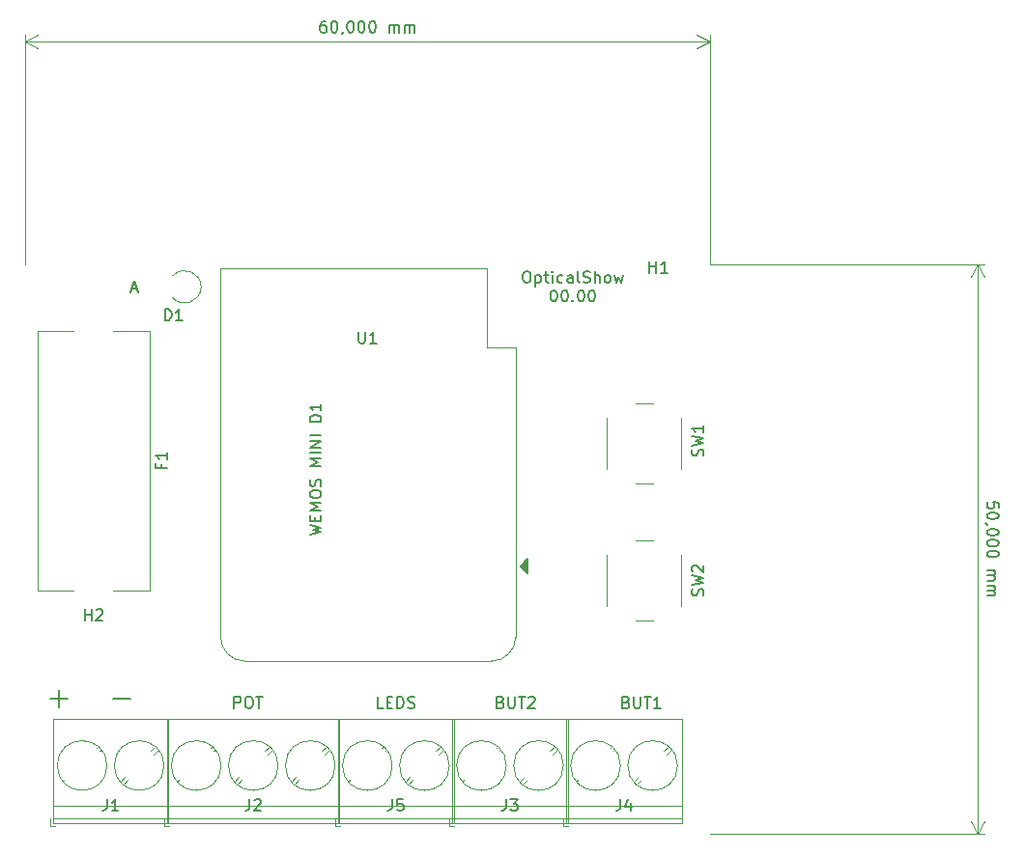
<source format=gto>
G04 #@! TF.GenerationSoftware,KiCad,Pcbnew,(5.1.9)-1*
G04 #@! TF.CreationDate,2023-02-11T17:38:38+01:00*
G04 #@! TF.ProjectId,opticalshow_0,6f707469-6361-46c7-9368-6f775f302e6b,rev?*
G04 #@! TF.SameCoordinates,Original*
G04 #@! TF.FileFunction,Legend,Top*
G04 #@! TF.FilePolarity,Positive*
%FSLAX46Y46*%
G04 Gerber Fmt 4.6, Leading zero omitted, Abs format (unit mm)*
G04 Created by KiCad (PCBNEW (5.1.9)-1) date 2023-02-11 17:38:38*
%MOMM*%
%LPD*%
G01*
G04 APERTURE LIST*
%ADD10C,0.150000*%
%ADD11C,0.120000*%
G04 APERTURE END LIST*
D10*
X152880952Y-109952380D02*
X152404761Y-109952380D01*
X152404761Y-108952380D01*
X153214285Y-109428571D02*
X153547619Y-109428571D01*
X153690476Y-109952380D02*
X153214285Y-109952380D01*
X153214285Y-108952380D01*
X153690476Y-108952380D01*
X154119047Y-109952380D02*
X154119047Y-108952380D01*
X154357142Y-108952380D01*
X154500000Y-109000000D01*
X154595238Y-109095238D01*
X154642857Y-109190476D01*
X154690476Y-109380952D01*
X154690476Y-109523809D01*
X154642857Y-109714285D01*
X154595238Y-109809523D01*
X154500000Y-109904761D01*
X154357142Y-109952380D01*
X154119047Y-109952380D01*
X155071428Y-109904761D02*
X155214285Y-109952380D01*
X155452380Y-109952380D01*
X155547619Y-109904761D01*
X155595238Y-109857142D01*
X155642857Y-109761904D01*
X155642857Y-109666666D01*
X155595238Y-109571428D01*
X155547619Y-109523809D01*
X155452380Y-109476190D01*
X155261904Y-109428571D01*
X155166666Y-109380952D01*
X155119047Y-109333333D01*
X155071428Y-109238095D01*
X155071428Y-109142857D01*
X155119047Y-109047619D01*
X155166666Y-109000000D01*
X155261904Y-108952380D01*
X155500000Y-108952380D01*
X155642857Y-109000000D01*
X206817619Y-92380952D02*
X206817619Y-91904761D01*
X206341428Y-91857142D01*
X206389047Y-91904761D01*
X206436666Y-92000000D01*
X206436666Y-92238095D01*
X206389047Y-92333333D01*
X206341428Y-92380952D01*
X206246190Y-92428571D01*
X206008095Y-92428571D01*
X205912857Y-92380952D01*
X205865238Y-92333333D01*
X205817619Y-92238095D01*
X205817619Y-92000000D01*
X205865238Y-91904761D01*
X205912857Y-91857142D01*
X206817619Y-93047619D02*
X206817619Y-93142857D01*
X206770000Y-93238095D01*
X206722380Y-93285714D01*
X206627142Y-93333333D01*
X206436666Y-93380952D01*
X206198571Y-93380952D01*
X206008095Y-93333333D01*
X205912857Y-93285714D01*
X205865238Y-93238095D01*
X205817619Y-93142857D01*
X205817619Y-93047619D01*
X205865238Y-92952380D01*
X205912857Y-92904761D01*
X206008095Y-92857142D01*
X206198571Y-92809523D01*
X206436666Y-92809523D01*
X206627142Y-92857142D01*
X206722380Y-92904761D01*
X206770000Y-92952380D01*
X206817619Y-93047619D01*
X205865238Y-93857142D02*
X205817619Y-93857142D01*
X205722380Y-93809523D01*
X205674761Y-93761904D01*
X206817619Y-94476190D02*
X206817619Y-94571428D01*
X206770000Y-94666666D01*
X206722380Y-94714285D01*
X206627142Y-94761904D01*
X206436666Y-94809523D01*
X206198571Y-94809523D01*
X206008095Y-94761904D01*
X205912857Y-94714285D01*
X205865238Y-94666666D01*
X205817619Y-94571428D01*
X205817619Y-94476190D01*
X205865238Y-94380952D01*
X205912857Y-94333333D01*
X206008095Y-94285714D01*
X206198571Y-94238095D01*
X206436666Y-94238095D01*
X206627142Y-94285714D01*
X206722380Y-94333333D01*
X206770000Y-94380952D01*
X206817619Y-94476190D01*
X206817619Y-95428571D02*
X206817619Y-95523809D01*
X206770000Y-95619047D01*
X206722380Y-95666666D01*
X206627142Y-95714285D01*
X206436666Y-95761904D01*
X206198571Y-95761904D01*
X206008095Y-95714285D01*
X205912857Y-95666666D01*
X205865238Y-95619047D01*
X205817619Y-95523809D01*
X205817619Y-95428571D01*
X205865238Y-95333333D01*
X205912857Y-95285714D01*
X206008095Y-95238095D01*
X206198571Y-95190476D01*
X206436666Y-95190476D01*
X206627142Y-95238095D01*
X206722380Y-95285714D01*
X206770000Y-95333333D01*
X206817619Y-95428571D01*
X206817619Y-96380952D02*
X206817619Y-96476190D01*
X206770000Y-96571428D01*
X206722380Y-96619047D01*
X206627142Y-96666666D01*
X206436666Y-96714285D01*
X206198571Y-96714285D01*
X206008095Y-96666666D01*
X205912857Y-96619047D01*
X205865238Y-96571428D01*
X205817619Y-96476190D01*
X205817619Y-96380952D01*
X205865238Y-96285714D01*
X205912857Y-96238095D01*
X206008095Y-96190476D01*
X206198571Y-96142857D01*
X206436666Y-96142857D01*
X206627142Y-96190476D01*
X206722380Y-96238095D01*
X206770000Y-96285714D01*
X206817619Y-96380952D01*
X205817619Y-97904761D02*
X206484285Y-97904761D01*
X206389047Y-97904761D02*
X206436666Y-97952380D01*
X206484285Y-98047619D01*
X206484285Y-98190476D01*
X206436666Y-98285714D01*
X206341428Y-98333333D01*
X205817619Y-98333333D01*
X206341428Y-98333333D02*
X206436666Y-98380952D01*
X206484285Y-98476190D01*
X206484285Y-98619047D01*
X206436666Y-98714285D01*
X206341428Y-98761904D01*
X205817619Y-98761904D01*
X205817619Y-99238095D02*
X206484285Y-99238095D01*
X206389047Y-99238095D02*
X206436666Y-99285714D01*
X206484285Y-99380952D01*
X206484285Y-99523809D01*
X206436666Y-99619047D01*
X206341428Y-99666666D01*
X205817619Y-99666666D01*
X206341428Y-99666666D02*
X206436666Y-99714285D01*
X206484285Y-99809523D01*
X206484285Y-99952380D01*
X206436666Y-100047619D01*
X206341428Y-100095238D01*
X205817619Y-100095238D01*
D11*
X205000000Y-71000000D02*
X205000000Y-121000000D01*
X181500000Y-71000000D02*
X205586421Y-71000000D01*
X181500000Y-121000000D02*
X205586421Y-121000000D01*
X205000000Y-121000000D02*
X204413579Y-119873496D01*
X205000000Y-121000000D02*
X205586421Y-119873496D01*
X205000000Y-71000000D02*
X204413579Y-72126504D01*
X205000000Y-71000000D02*
X205586421Y-72126504D01*
D10*
X147833333Y-49682380D02*
X147642857Y-49682380D01*
X147547619Y-49730000D01*
X147500000Y-49777619D01*
X147404761Y-49920476D01*
X147357142Y-50110952D01*
X147357142Y-50491904D01*
X147404761Y-50587142D01*
X147452380Y-50634761D01*
X147547619Y-50682380D01*
X147738095Y-50682380D01*
X147833333Y-50634761D01*
X147880952Y-50587142D01*
X147928571Y-50491904D01*
X147928571Y-50253809D01*
X147880952Y-50158571D01*
X147833333Y-50110952D01*
X147738095Y-50063333D01*
X147547619Y-50063333D01*
X147452380Y-50110952D01*
X147404761Y-50158571D01*
X147357142Y-50253809D01*
X148547619Y-49682380D02*
X148642857Y-49682380D01*
X148738095Y-49730000D01*
X148785714Y-49777619D01*
X148833333Y-49872857D01*
X148880952Y-50063333D01*
X148880952Y-50301428D01*
X148833333Y-50491904D01*
X148785714Y-50587142D01*
X148738095Y-50634761D01*
X148642857Y-50682380D01*
X148547619Y-50682380D01*
X148452380Y-50634761D01*
X148404761Y-50587142D01*
X148357142Y-50491904D01*
X148309523Y-50301428D01*
X148309523Y-50063333D01*
X148357142Y-49872857D01*
X148404761Y-49777619D01*
X148452380Y-49730000D01*
X148547619Y-49682380D01*
X149357142Y-50634761D02*
X149357142Y-50682380D01*
X149309523Y-50777619D01*
X149261904Y-50825238D01*
X149976190Y-49682380D02*
X150071428Y-49682380D01*
X150166666Y-49730000D01*
X150214285Y-49777619D01*
X150261904Y-49872857D01*
X150309523Y-50063333D01*
X150309523Y-50301428D01*
X150261904Y-50491904D01*
X150214285Y-50587142D01*
X150166666Y-50634761D01*
X150071428Y-50682380D01*
X149976190Y-50682380D01*
X149880952Y-50634761D01*
X149833333Y-50587142D01*
X149785714Y-50491904D01*
X149738095Y-50301428D01*
X149738095Y-50063333D01*
X149785714Y-49872857D01*
X149833333Y-49777619D01*
X149880952Y-49730000D01*
X149976190Y-49682380D01*
X150928571Y-49682380D02*
X151023809Y-49682380D01*
X151119047Y-49730000D01*
X151166666Y-49777619D01*
X151214285Y-49872857D01*
X151261904Y-50063333D01*
X151261904Y-50301428D01*
X151214285Y-50491904D01*
X151166666Y-50587142D01*
X151119047Y-50634761D01*
X151023809Y-50682380D01*
X150928571Y-50682380D01*
X150833333Y-50634761D01*
X150785714Y-50587142D01*
X150738095Y-50491904D01*
X150690476Y-50301428D01*
X150690476Y-50063333D01*
X150738095Y-49872857D01*
X150785714Y-49777619D01*
X150833333Y-49730000D01*
X150928571Y-49682380D01*
X151880952Y-49682380D02*
X151976190Y-49682380D01*
X152071428Y-49730000D01*
X152119047Y-49777619D01*
X152166666Y-49872857D01*
X152214285Y-50063333D01*
X152214285Y-50301428D01*
X152166666Y-50491904D01*
X152119047Y-50587142D01*
X152071428Y-50634761D01*
X151976190Y-50682380D01*
X151880952Y-50682380D01*
X151785714Y-50634761D01*
X151738095Y-50587142D01*
X151690476Y-50491904D01*
X151642857Y-50301428D01*
X151642857Y-50063333D01*
X151690476Y-49872857D01*
X151738095Y-49777619D01*
X151785714Y-49730000D01*
X151880952Y-49682380D01*
X153404761Y-50682380D02*
X153404761Y-50015714D01*
X153404761Y-50110952D02*
X153452380Y-50063333D01*
X153547619Y-50015714D01*
X153690476Y-50015714D01*
X153785714Y-50063333D01*
X153833333Y-50158571D01*
X153833333Y-50682380D01*
X153833333Y-50158571D02*
X153880952Y-50063333D01*
X153976190Y-50015714D01*
X154119047Y-50015714D01*
X154214285Y-50063333D01*
X154261904Y-50158571D01*
X154261904Y-50682380D01*
X154738095Y-50682380D02*
X154738095Y-50015714D01*
X154738095Y-50110952D02*
X154785714Y-50063333D01*
X154880952Y-50015714D01*
X155023809Y-50015714D01*
X155119047Y-50063333D01*
X155166666Y-50158571D01*
X155166666Y-50682380D01*
X155166666Y-50158571D02*
X155214285Y-50063333D01*
X155309523Y-50015714D01*
X155452380Y-50015714D01*
X155547619Y-50063333D01*
X155595238Y-50158571D01*
X155595238Y-50682380D01*
D11*
X121500000Y-51500000D02*
X181500000Y-51500000D01*
X121500000Y-71000000D02*
X121500000Y-50913579D01*
X181500000Y-71000000D02*
X181500000Y-50913579D01*
X181500000Y-51500000D02*
X180373496Y-52086421D01*
X181500000Y-51500000D02*
X180373496Y-50913579D01*
X121500000Y-51500000D02*
X122626504Y-52086421D01*
X121500000Y-51500000D02*
X122626504Y-50913579D01*
D10*
X165380952Y-71627380D02*
X165571428Y-71627380D01*
X165666666Y-71675000D01*
X165761904Y-71770238D01*
X165809523Y-71960714D01*
X165809523Y-72294047D01*
X165761904Y-72484523D01*
X165666666Y-72579761D01*
X165571428Y-72627380D01*
X165380952Y-72627380D01*
X165285714Y-72579761D01*
X165190476Y-72484523D01*
X165142857Y-72294047D01*
X165142857Y-71960714D01*
X165190476Y-71770238D01*
X165285714Y-71675000D01*
X165380952Y-71627380D01*
X166238095Y-71960714D02*
X166238095Y-72960714D01*
X166238095Y-72008333D02*
X166333333Y-71960714D01*
X166523809Y-71960714D01*
X166619047Y-72008333D01*
X166666666Y-72055952D01*
X166714285Y-72151190D01*
X166714285Y-72436904D01*
X166666666Y-72532142D01*
X166619047Y-72579761D01*
X166523809Y-72627380D01*
X166333333Y-72627380D01*
X166238095Y-72579761D01*
X167000000Y-71960714D02*
X167380952Y-71960714D01*
X167142857Y-71627380D02*
X167142857Y-72484523D01*
X167190476Y-72579761D01*
X167285714Y-72627380D01*
X167380952Y-72627380D01*
X167714285Y-72627380D02*
X167714285Y-71960714D01*
X167714285Y-71627380D02*
X167666666Y-71675000D01*
X167714285Y-71722619D01*
X167761904Y-71675000D01*
X167714285Y-71627380D01*
X167714285Y-71722619D01*
X168619047Y-72579761D02*
X168523809Y-72627380D01*
X168333333Y-72627380D01*
X168238095Y-72579761D01*
X168190476Y-72532142D01*
X168142857Y-72436904D01*
X168142857Y-72151190D01*
X168190476Y-72055952D01*
X168238095Y-72008333D01*
X168333333Y-71960714D01*
X168523809Y-71960714D01*
X168619047Y-72008333D01*
X169476190Y-72627380D02*
X169476190Y-72103571D01*
X169428571Y-72008333D01*
X169333333Y-71960714D01*
X169142857Y-71960714D01*
X169047619Y-72008333D01*
X169476190Y-72579761D02*
X169380952Y-72627380D01*
X169142857Y-72627380D01*
X169047619Y-72579761D01*
X169000000Y-72484523D01*
X169000000Y-72389285D01*
X169047619Y-72294047D01*
X169142857Y-72246428D01*
X169380952Y-72246428D01*
X169476190Y-72198809D01*
X170095238Y-72627380D02*
X170000000Y-72579761D01*
X169952380Y-72484523D01*
X169952380Y-71627380D01*
X170428571Y-72579761D02*
X170571428Y-72627380D01*
X170809523Y-72627380D01*
X170904761Y-72579761D01*
X170952380Y-72532142D01*
X171000000Y-72436904D01*
X171000000Y-72341666D01*
X170952380Y-72246428D01*
X170904761Y-72198809D01*
X170809523Y-72151190D01*
X170619047Y-72103571D01*
X170523809Y-72055952D01*
X170476190Y-72008333D01*
X170428571Y-71913095D01*
X170428571Y-71817857D01*
X170476190Y-71722619D01*
X170523809Y-71675000D01*
X170619047Y-71627380D01*
X170857142Y-71627380D01*
X171000000Y-71675000D01*
X171428571Y-72627380D02*
X171428571Y-71627380D01*
X171857142Y-72627380D02*
X171857142Y-72103571D01*
X171809523Y-72008333D01*
X171714285Y-71960714D01*
X171571428Y-71960714D01*
X171476190Y-72008333D01*
X171428571Y-72055952D01*
X172476190Y-72627380D02*
X172380952Y-72579761D01*
X172333333Y-72532142D01*
X172285714Y-72436904D01*
X172285714Y-72151190D01*
X172333333Y-72055952D01*
X172380952Y-72008333D01*
X172476190Y-71960714D01*
X172619047Y-71960714D01*
X172714285Y-72008333D01*
X172761904Y-72055952D01*
X172809523Y-72151190D01*
X172809523Y-72436904D01*
X172761904Y-72532142D01*
X172714285Y-72579761D01*
X172619047Y-72627380D01*
X172476190Y-72627380D01*
X173142857Y-71960714D02*
X173333333Y-72627380D01*
X173523809Y-72151190D01*
X173714285Y-72627380D01*
X173904761Y-71960714D01*
X167785714Y-73277380D02*
X167880952Y-73277380D01*
X167976190Y-73325000D01*
X168023809Y-73372619D01*
X168071428Y-73467857D01*
X168119047Y-73658333D01*
X168119047Y-73896428D01*
X168071428Y-74086904D01*
X168023809Y-74182142D01*
X167976190Y-74229761D01*
X167880952Y-74277380D01*
X167785714Y-74277380D01*
X167690476Y-74229761D01*
X167642857Y-74182142D01*
X167595238Y-74086904D01*
X167547619Y-73896428D01*
X167547619Y-73658333D01*
X167595238Y-73467857D01*
X167642857Y-73372619D01*
X167690476Y-73325000D01*
X167785714Y-73277380D01*
X168738095Y-73277380D02*
X168833333Y-73277380D01*
X168928571Y-73325000D01*
X168976190Y-73372619D01*
X169023809Y-73467857D01*
X169071428Y-73658333D01*
X169071428Y-73896428D01*
X169023809Y-74086904D01*
X168976190Y-74182142D01*
X168928571Y-74229761D01*
X168833333Y-74277380D01*
X168738095Y-74277380D01*
X168642857Y-74229761D01*
X168595238Y-74182142D01*
X168547619Y-74086904D01*
X168500000Y-73896428D01*
X168500000Y-73658333D01*
X168547619Y-73467857D01*
X168595238Y-73372619D01*
X168642857Y-73325000D01*
X168738095Y-73277380D01*
X169500000Y-74182142D02*
X169547619Y-74229761D01*
X169500000Y-74277380D01*
X169452380Y-74229761D01*
X169500000Y-74182142D01*
X169500000Y-74277380D01*
X170166666Y-73277380D02*
X170261904Y-73277380D01*
X170357142Y-73325000D01*
X170404761Y-73372619D01*
X170452380Y-73467857D01*
X170500000Y-73658333D01*
X170500000Y-73896428D01*
X170452380Y-74086904D01*
X170404761Y-74182142D01*
X170357142Y-74229761D01*
X170261904Y-74277380D01*
X170166666Y-74277380D01*
X170071428Y-74229761D01*
X170023809Y-74182142D01*
X169976190Y-74086904D01*
X169928571Y-73896428D01*
X169928571Y-73658333D01*
X169976190Y-73467857D01*
X170023809Y-73372619D01*
X170071428Y-73325000D01*
X170166666Y-73277380D01*
X171119047Y-73277380D02*
X171214285Y-73277380D01*
X171309523Y-73325000D01*
X171357142Y-73372619D01*
X171404761Y-73467857D01*
X171452380Y-73658333D01*
X171452380Y-73896428D01*
X171404761Y-74086904D01*
X171357142Y-74182142D01*
X171309523Y-74229761D01*
X171214285Y-74277380D01*
X171119047Y-74277380D01*
X171023809Y-74229761D01*
X170976190Y-74182142D01*
X170928571Y-74086904D01*
X170880952Y-73896428D01*
X170880952Y-73658333D01*
X170928571Y-73467857D01*
X170976190Y-73372619D01*
X171023809Y-73325000D01*
X171119047Y-73277380D01*
X146452380Y-94761904D02*
X147452380Y-94523809D01*
X146738095Y-94333333D01*
X147452380Y-94142857D01*
X146452380Y-93904761D01*
X146928571Y-93523809D02*
X146928571Y-93190476D01*
X147452380Y-93047619D02*
X147452380Y-93523809D01*
X146452380Y-93523809D01*
X146452380Y-93047619D01*
X147452380Y-92619047D02*
X146452380Y-92619047D01*
X147166666Y-92285714D01*
X146452380Y-91952380D01*
X147452380Y-91952380D01*
X146452380Y-91285714D02*
X146452380Y-91095238D01*
X146500000Y-91000000D01*
X146595238Y-90904761D01*
X146785714Y-90857142D01*
X147119047Y-90857142D01*
X147309523Y-90904761D01*
X147404761Y-91000000D01*
X147452380Y-91095238D01*
X147452380Y-91285714D01*
X147404761Y-91380952D01*
X147309523Y-91476190D01*
X147119047Y-91523809D01*
X146785714Y-91523809D01*
X146595238Y-91476190D01*
X146500000Y-91380952D01*
X146452380Y-91285714D01*
X147404761Y-90476190D02*
X147452380Y-90333333D01*
X147452380Y-90095238D01*
X147404761Y-90000000D01*
X147357142Y-89952380D01*
X147261904Y-89904761D01*
X147166666Y-89904761D01*
X147071428Y-89952380D01*
X147023809Y-90000000D01*
X146976190Y-90095238D01*
X146928571Y-90285714D01*
X146880952Y-90380952D01*
X146833333Y-90428571D01*
X146738095Y-90476190D01*
X146642857Y-90476190D01*
X146547619Y-90428571D01*
X146500000Y-90380952D01*
X146452380Y-90285714D01*
X146452380Y-90047619D01*
X146500000Y-89904761D01*
X147452380Y-88714285D02*
X146452380Y-88714285D01*
X147166666Y-88380952D01*
X146452380Y-88047619D01*
X147452380Y-88047619D01*
X147452380Y-87571428D02*
X146452380Y-87571428D01*
X147452380Y-87095238D02*
X146452380Y-87095238D01*
X147452380Y-86523809D01*
X146452380Y-86523809D01*
X147452380Y-86047619D02*
X146452380Y-86047619D01*
X147452380Y-84809523D02*
X146452380Y-84809523D01*
X146452380Y-84571428D01*
X146500000Y-84428571D01*
X146595238Y-84333333D01*
X146690476Y-84285714D01*
X146880952Y-84238095D01*
X147023809Y-84238095D01*
X147214285Y-84285714D01*
X147309523Y-84333333D01*
X147404761Y-84428571D01*
X147452380Y-84571428D01*
X147452380Y-84809523D01*
X147452380Y-83285714D02*
X147452380Y-83857142D01*
X147452380Y-83571428D02*
X146452380Y-83571428D01*
X146595238Y-83666666D01*
X146690476Y-83761904D01*
X146738095Y-83857142D01*
X174190476Y-109428571D02*
X174333333Y-109476190D01*
X174380952Y-109523809D01*
X174428571Y-109619047D01*
X174428571Y-109761904D01*
X174380952Y-109857142D01*
X174333333Y-109904761D01*
X174238095Y-109952380D01*
X173857142Y-109952380D01*
X173857142Y-108952380D01*
X174190476Y-108952380D01*
X174285714Y-109000000D01*
X174333333Y-109047619D01*
X174380952Y-109142857D01*
X174380952Y-109238095D01*
X174333333Y-109333333D01*
X174285714Y-109380952D01*
X174190476Y-109428571D01*
X173857142Y-109428571D01*
X174857142Y-108952380D02*
X174857142Y-109761904D01*
X174904761Y-109857142D01*
X174952380Y-109904761D01*
X175047619Y-109952380D01*
X175238095Y-109952380D01*
X175333333Y-109904761D01*
X175380952Y-109857142D01*
X175428571Y-109761904D01*
X175428571Y-108952380D01*
X175761904Y-108952380D02*
X176333333Y-108952380D01*
X176047619Y-109952380D02*
X176047619Y-108952380D01*
X177190476Y-109952380D02*
X176619047Y-109952380D01*
X176904761Y-109952380D02*
X176904761Y-108952380D01*
X176809523Y-109095238D01*
X176714285Y-109190476D01*
X176619047Y-109238095D01*
X163190476Y-109428571D02*
X163333333Y-109476190D01*
X163380952Y-109523809D01*
X163428571Y-109619047D01*
X163428571Y-109761904D01*
X163380952Y-109857142D01*
X163333333Y-109904761D01*
X163238095Y-109952380D01*
X162857142Y-109952380D01*
X162857142Y-108952380D01*
X163190476Y-108952380D01*
X163285714Y-109000000D01*
X163333333Y-109047619D01*
X163380952Y-109142857D01*
X163380952Y-109238095D01*
X163333333Y-109333333D01*
X163285714Y-109380952D01*
X163190476Y-109428571D01*
X162857142Y-109428571D01*
X163857142Y-108952380D02*
X163857142Y-109761904D01*
X163904761Y-109857142D01*
X163952380Y-109904761D01*
X164047619Y-109952380D01*
X164238095Y-109952380D01*
X164333333Y-109904761D01*
X164380952Y-109857142D01*
X164428571Y-109761904D01*
X164428571Y-108952380D01*
X164761904Y-108952380D02*
X165333333Y-108952380D01*
X165047619Y-109952380D02*
X165047619Y-108952380D01*
X165619047Y-109047619D02*
X165666666Y-109000000D01*
X165761904Y-108952380D01*
X166000000Y-108952380D01*
X166095238Y-109000000D01*
X166142857Y-109047619D01*
X166190476Y-109142857D01*
X166190476Y-109238095D01*
X166142857Y-109380952D01*
X165571428Y-109952380D01*
X166190476Y-109952380D01*
X139833333Y-109952380D02*
X139833333Y-108952380D01*
X140214285Y-108952380D01*
X140309523Y-109000000D01*
X140357142Y-109047619D01*
X140404761Y-109142857D01*
X140404761Y-109285714D01*
X140357142Y-109380952D01*
X140309523Y-109428571D01*
X140214285Y-109476190D01*
X139833333Y-109476190D01*
X141023809Y-108952380D02*
X141214285Y-108952380D01*
X141309523Y-109000000D01*
X141404761Y-109095238D01*
X141452380Y-109285714D01*
X141452380Y-109619047D01*
X141404761Y-109809523D01*
X141309523Y-109904761D01*
X141214285Y-109952380D01*
X141023809Y-109952380D01*
X140928571Y-109904761D01*
X140833333Y-109809523D01*
X140785714Y-109619047D01*
X140785714Y-109285714D01*
X140833333Y-109095238D01*
X140928571Y-109000000D01*
X141023809Y-108952380D01*
X141738095Y-108952380D02*
X142309523Y-108952380D01*
X142023809Y-109952380D02*
X142023809Y-108952380D01*
X129238095Y-109142857D02*
X130761904Y-109142857D01*
X123738095Y-109142857D02*
X125261904Y-109142857D01*
X124500000Y-109904761D02*
X124500000Y-108380952D01*
D11*
X153680000Y-115000000D02*
G75*
G03*
X153680000Y-115000000I-2180000J0D01*
G01*
X158680000Y-115000000D02*
G75*
G03*
X158680000Y-115000000I-2180000J0D01*
G01*
X148940000Y-119600000D02*
X159060000Y-119600000D01*
X148940000Y-118500000D02*
X159060000Y-118500000D01*
X148940000Y-110940000D02*
X159060000Y-110940000D01*
X148940000Y-120060000D02*
X159060000Y-120060000D01*
X148940000Y-110940000D02*
X148940000Y-120060000D01*
X159060000Y-110940000D02*
X159060000Y-120060000D01*
X153154000Y-113612000D02*
X153047000Y-113719000D01*
X150218000Y-116547000D02*
X150112000Y-116654000D01*
X152888000Y-113346000D02*
X152781000Y-113453000D01*
X149952000Y-116281000D02*
X149846000Y-116388000D01*
X158154000Y-113612000D02*
X157759000Y-114008000D01*
X155493000Y-116274000D02*
X155113000Y-116654000D01*
X157888000Y-113346000D02*
X157508000Y-113726000D01*
X155242000Y-115992000D02*
X154847000Y-116388000D01*
X148700000Y-119660000D02*
X148700000Y-120300000D01*
X148700000Y-120300000D02*
X149100000Y-120300000D01*
X122590000Y-99610000D02*
X125750000Y-99610000D01*
X129250000Y-99610000D02*
X132410000Y-99610000D01*
X129250000Y-76890000D02*
X132410000Y-76890000D01*
X132410000Y-76890000D02*
X132410000Y-99610000D01*
X122590000Y-76890000D02*
X122590000Y-99610000D01*
X122590000Y-76890000D02*
X125750000Y-76890000D01*
X161960000Y-71380000D02*
X138640000Y-71380000D01*
X164500000Y-78280000D02*
X164500000Y-103710000D01*
X138640000Y-71380000D02*
X138640000Y-103710000D01*
X140760000Y-105840000D02*
X162370000Y-105840000D01*
D10*
G36*
X165540000Y-98135000D02*
G01*
X165540000Y-96865000D01*
X164905000Y-97500000D01*
X165540000Y-98135000D01*
G37*
X165540000Y-98135000D02*
X165540000Y-96865000D01*
X164905000Y-97500000D01*
X165540000Y-98135000D01*
D11*
X164500000Y-78280000D02*
X161960000Y-78280000D01*
X161960000Y-78280000D02*
X161960000Y-71380000D01*
X140770000Y-105840000D02*
G75*
G02*
X138640000Y-103710000I0J2130000D01*
G01*
X164500000Y-103710000D02*
G75*
G02*
X162370000Y-105840000I-2130000J0D01*
G01*
X179000000Y-101000000D02*
X179000000Y-96500000D01*
X175000000Y-102250000D02*
X176500000Y-102250000D01*
X172500000Y-96500000D02*
X172500000Y-101000000D01*
X176500000Y-95250000D02*
X175000000Y-95250000D01*
X173680000Y-115000000D02*
G75*
G03*
X173680000Y-115000000I-2180000J0D01*
G01*
X178680000Y-115000000D02*
G75*
G03*
X178680000Y-115000000I-2180000J0D01*
G01*
X168940000Y-119600000D02*
X179060000Y-119600000D01*
X168940000Y-118500000D02*
X179060000Y-118500000D01*
X168940000Y-110940000D02*
X179060000Y-110940000D01*
X168940000Y-120060000D02*
X179060000Y-120060000D01*
X168940000Y-110940000D02*
X168940000Y-120060000D01*
X179060000Y-110940000D02*
X179060000Y-120060000D01*
X173154000Y-113612000D02*
X173047000Y-113719000D01*
X170218000Y-116547000D02*
X170112000Y-116654000D01*
X172888000Y-113346000D02*
X172781000Y-113453000D01*
X169952000Y-116281000D02*
X169846000Y-116388000D01*
X178154000Y-113612000D02*
X177759000Y-114008000D01*
X175493000Y-116274000D02*
X175113000Y-116654000D01*
X177888000Y-113346000D02*
X177508000Y-113726000D01*
X175242000Y-115992000D02*
X174847000Y-116388000D01*
X168700000Y-119660000D02*
X168700000Y-120300000D01*
X168700000Y-120300000D02*
X169100000Y-120300000D01*
X163680000Y-115000000D02*
G75*
G03*
X163680000Y-115000000I-2180000J0D01*
G01*
X168680000Y-115000000D02*
G75*
G03*
X168680000Y-115000000I-2180000J0D01*
G01*
X158940000Y-119600000D02*
X169060000Y-119600000D01*
X158940000Y-118500000D02*
X169060000Y-118500000D01*
X158940000Y-110940000D02*
X169060000Y-110940000D01*
X158940000Y-120060000D02*
X169060000Y-120060000D01*
X158940000Y-110940000D02*
X158940000Y-120060000D01*
X169060000Y-110940000D02*
X169060000Y-120060000D01*
X163154000Y-113612000D02*
X163047000Y-113719000D01*
X160218000Y-116547000D02*
X160112000Y-116654000D01*
X162888000Y-113346000D02*
X162781000Y-113453000D01*
X159952000Y-116281000D02*
X159846000Y-116388000D01*
X168154000Y-113612000D02*
X167759000Y-114008000D01*
X165493000Y-116274000D02*
X165113000Y-116654000D01*
X167888000Y-113346000D02*
X167508000Y-113726000D01*
X165242000Y-115992000D02*
X164847000Y-116388000D01*
X158700000Y-119660000D02*
X158700000Y-120300000D01*
X158700000Y-120300000D02*
X159100000Y-120300000D01*
X138680000Y-115000000D02*
G75*
G03*
X138680000Y-115000000I-2180000J0D01*
G01*
X143680000Y-115000000D02*
G75*
G03*
X143680000Y-115000000I-2180000J0D01*
G01*
X148680000Y-115000000D02*
G75*
G03*
X148680000Y-115000000I-2180000J0D01*
G01*
X133940000Y-119600000D02*
X149060000Y-119600000D01*
X133940000Y-118500000D02*
X149060000Y-118500000D01*
X133940000Y-110940000D02*
X149060000Y-110940000D01*
X133940000Y-120060000D02*
X149060000Y-120060000D01*
X133940000Y-110940000D02*
X133940000Y-120060000D01*
X149060000Y-110940000D02*
X149060000Y-120060000D01*
X138154000Y-113612000D02*
X138047000Y-113719000D01*
X135218000Y-116547000D02*
X135112000Y-116654000D01*
X137888000Y-113346000D02*
X137781000Y-113453000D01*
X134952000Y-116281000D02*
X134846000Y-116388000D01*
X143154000Y-113612000D02*
X142759000Y-114008000D01*
X140493000Y-116274000D02*
X140113000Y-116654000D01*
X142888000Y-113346000D02*
X142508000Y-113726000D01*
X140242000Y-115992000D02*
X139847000Y-116388000D01*
X148154000Y-113612000D02*
X147759000Y-114008000D01*
X145493000Y-116274000D02*
X145113000Y-116654000D01*
X147888000Y-113346000D02*
X147508000Y-113726000D01*
X145242000Y-115992000D02*
X144847000Y-116388000D01*
X133700000Y-119660000D02*
X133700000Y-120300000D01*
X133700000Y-120300000D02*
X134100000Y-120300000D01*
X128680000Y-115000000D02*
G75*
G03*
X128680000Y-115000000I-2180000J0D01*
G01*
X133680000Y-115000000D02*
G75*
G03*
X133680000Y-115000000I-2180000J0D01*
G01*
X123940000Y-119600000D02*
X134060000Y-119600000D01*
X123940000Y-118500000D02*
X134060000Y-118500000D01*
X123940000Y-110940000D02*
X134060000Y-110940000D01*
X123940000Y-120060000D02*
X134060000Y-120060000D01*
X123940000Y-110940000D02*
X123940000Y-120060000D01*
X134060000Y-110940000D02*
X134060000Y-120060000D01*
X128154000Y-113612000D02*
X128047000Y-113719000D01*
X125218000Y-116547000D02*
X125112000Y-116654000D01*
X127888000Y-113346000D02*
X127781000Y-113453000D01*
X124952000Y-116281000D02*
X124846000Y-116388000D01*
X133154000Y-113612000D02*
X132759000Y-114008000D01*
X130493000Y-116274000D02*
X130113000Y-116654000D01*
X132888000Y-113346000D02*
X132508000Y-113726000D01*
X130242000Y-115992000D02*
X129847000Y-116388000D01*
X123700000Y-119660000D02*
X123700000Y-120300000D01*
X123700000Y-120300000D02*
X124100000Y-120300000D01*
X179000000Y-89000000D02*
X179000000Y-84500000D01*
X175000000Y-90250000D02*
X176500000Y-90250000D01*
X172500000Y-84500000D02*
X172500000Y-89000000D01*
X176500000Y-83250000D02*
X175000000Y-83250000D01*
X134446150Y-72031134D02*
G75*
G02*
X134386761Y-73900000I1053850J-968866D01*
G01*
D10*
X153666666Y-117952380D02*
X153666666Y-118666666D01*
X153619047Y-118809523D01*
X153523809Y-118904761D01*
X153380952Y-118952380D01*
X153285714Y-118952380D01*
X154619047Y-117952380D02*
X154142857Y-117952380D01*
X154095238Y-118428571D01*
X154142857Y-118380952D01*
X154238095Y-118333333D01*
X154476190Y-118333333D01*
X154571428Y-118380952D01*
X154619047Y-118428571D01*
X154666666Y-118523809D01*
X154666666Y-118761904D01*
X154619047Y-118857142D01*
X154571428Y-118904761D01*
X154476190Y-118952380D01*
X154238095Y-118952380D01*
X154142857Y-118904761D01*
X154095238Y-118857142D01*
X133428571Y-88583333D02*
X133428571Y-88916666D01*
X133952380Y-88916666D02*
X132952380Y-88916666D01*
X132952380Y-88440476D01*
X133952380Y-87535714D02*
X133952380Y-88107142D01*
X133952380Y-87821428D02*
X132952380Y-87821428D01*
X133095238Y-87916666D01*
X133190476Y-88011904D01*
X133238095Y-88107142D01*
X150738095Y-76952380D02*
X150738095Y-77761904D01*
X150785714Y-77857142D01*
X150833333Y-77904761D01*
X150928571Y-77952380D01*
X151119047Y-77952380D01*
X151214285Y-77904761D01*
X151261904Y-77857142D01*
X151309523Y-77761904D01*
X151309523Y-76952380D01*
X152309523Y-77952380D02*
X151738095Y-77952380D01*
X152023809Y-77952380D02*
X152023809Y-76952380D01*
X151928571Y-77095238D01*
X151833333Y-77190476D01*
X151738095Y-77238095D01*
X180904761Y-100083333D02*
X180952380Y-99940476D01*
X180952380Y-99702380D01*
X180904761Y-99607142D01*
X180857142Y-99559523D01*
X180761904Y-99511904D01*
X180666666Y-99511904D01*
X180571428Y-99559523D01*
X180523809Y-99607142D01*
X180476190Y-99702380D01*
X180428571Y-99892857D01*
X180380952Y-99988095D01*
X180333333Y-100035714D01*
X180238095Y-100083333D01*
X180142857Y-100083333D01*
X180047619Y-100035714D01*
X180000000Y-99988095D01*
X179952380Y-99892857D01*
X179952380Y-99654761D01*
X180000000Y-99511904D01*
X179952380Y-99178571D02*
X180952380Y-98940476D01*
X180238095Y-98750000D01*
X180952380Y-98559523D01*
X179952380Y-98321428D01*
X180047619Y-97988095D02*
X180000000Y-97940476D01*
X179952380Y-97845238D01*
X179952380Y-97607142D01*
X180000000Y-97511904D01*
X180047619Y-97464285D01*
X180142857Y-97416666D01*
X180238095Y-97416666D01*
X180380952Y-97464285D01*
X180952380Y-98035714D01*
X180952380Y-97416666D01*
X173666666Y-117952380D02*
X173666666Y-118666666D01*
X173619047Y-118809523D01*
X173523809Y-118904761D01*
X173380952Y-118952380D01*
X173285714Y-118952380D01*
X174571428Y-118285714D02*
X174571428Y-118952380D01*
X174333333Y-117904761D02*
X174095238Y-118619047D01*
X174714285Y-118619047D01*
X163666666Y-117952380D02*
X163666666Y-118666666D01*
X163619047Y-118809523D01*
X163523809Y-118904761D01*
X163380952Y-118952380D01*
X163285714Y-118952380D01*
X164047619Y-117952380D02*
X164666666Y-117952380D01*
X164333333Y-118333333D01*
X164476190Y-118333333D01*
X164571428Y-118380952D01*
X164619047Y-118428571D01*
X164666666Y-118523809D01*
X164666666Y-118761904D01*
X164619047Y-118857142D01*
X164571428Y-118904761D01*
X164476190Y-118952380D01*
X164190476Y-118952380D01*
X164095238Y-118904761D01*
X164047619Y-118857142D01*
X141166666Y-117952380D02*
X141166666Y-118666666D01*
X141119047Y-118809523D01*
X141023809Y-118904761D01*
X140880952Y-118952380D01*
X140785714Y-118952380D01*
X141595238Y-118047619D02*
X141642857Y-118000000D01*
X141738095Y-117952380D01*
X141976190Y-117952380D01*
X142071428Y-118000000D01*
X142119047Y-118047619D01*
X142166666Y-118142857D01*
X142166666Y-118238095D01*
X142119047Y-118380952D01*
X141547619Y-118952380D01*
X142166666Y-118952380D01*
X128666666Y-117952380D02*
X128666666Y-118666666D01*
X128619047Y-118809523D01*
X128523809Y-118904761D01*
X128380952Y-118952380D01*
X128285714Y-118952380D01*
X129666666Y-118952380D02*
X129095238Y-118952380D01*
X129380952Y-118952380D02*
X129380952Y-117952380D01*
X129285714Y-118095238D01*
X129190476Y-118190476D01*
X129095238Y-118238095D01*
X180904761Y-87833333D02*
X180952380Y-87690476D01*
X180952380Y-87452380D01*
X180904761Y-87357142D01*
X180857142Y-87309523D01*
X180761904Y-87261904D01*
X180666666Y-87261904D01*
X180571428Y-87309523D01*
X180523809Y-87357142D01*
X180476190Y-87452380D01*
X180428571Y-87642857D01*
X180380952Y-87738095D01*
X180333333Y-87785714D01*
X180238095Y-87833333D01*
X180142857Y-87833333D01*
X180047619Y-87785714D01*
X180000000Y-87738095D01*
X179952380Y-87642857D01*
X179952380Y-87404761D01*
X180000000Y-87261904D01*
X179952380Y-86928571D02*
X180952380Y-86690476D01*
X180238095Y-86500000D01*
X180952380Y-86309523D01*
X179952380Y-86071428D01*
X180952380Y-85166666D02*
X180952380Y-85738095D01*
X180952380Y-85452380D02*
X179952380Y-85452380D01*
X180095238Y-85547619D01*
X180190476Y-85642857D01*
X180238095Y-85738095D01*
X126738095Y-102252380D02*
X126738095Y-101252380D01*
X126738095Y-101728571D02*
X127309523Y-101728571D01*
X127309523Y-102252380D02*
X127309523Y-101252380D01*
X127738095Y-101347619D02*
X127785714Y-101300000D01*
X127880952Y-101252380D01*
X128119047Y-101252380D01*
X128214285Y-101300000D01*
X128261904Y-101347619D01*
X128309523Y-101442857D01*
X128309523Y-101538095D01*
X128261904Y-101680952D01*
X127690476Y-102252380D01*
X128309523Y-102252380D01*
X176238095Y-71752380D02*
X176238095Y-70752380D01*
X176238095Y-71228571D02*
X176809523Y-71228571D01*
X176809523Y-71752380D02*
X176809523Y-70752380D01*
X177809523Y-71752380D02*
X177238095Y-71752380D01*
X177523809Y-71752380D02*
X177523809Y-70752380D01*
X177428571Y-70895238D01*
X177333333Y-70990476D01*
X177238095Y-71038095D01*
X133761904Y-75952380D02*
X133761904Y-74952380D01*
X134000000Y-74952380D01*
X134142857Y-75000000D01*
X134238095Y-75095238D01*
X134285714Y-75190476D01*
X134333333Y-75380952D01*
X134333333Y-75523809D01*
X134285714Y-75714285D01*
X134238095Y-75809523D01*
X134142857Y-75904761D01*
X134000000Y-75952380D01*
X133761904Y-75952380D01*
X135285714Y-75952380D02*
X134714285Y-75952380D01*
X135000000Y-75952380D02*
X135000000Y-74952380D01*
X134904761Y-75095238D01*
X134809523Y-75190476D01*
X134714285Y-75238095D01*
X130821904Y-73166666D02*
X131298095Y-73166666D01*
X130726666Y-73452380D02*
X131060000Y-72452380D01*
X131393333Y-73452380D01*
M02*

</source>
